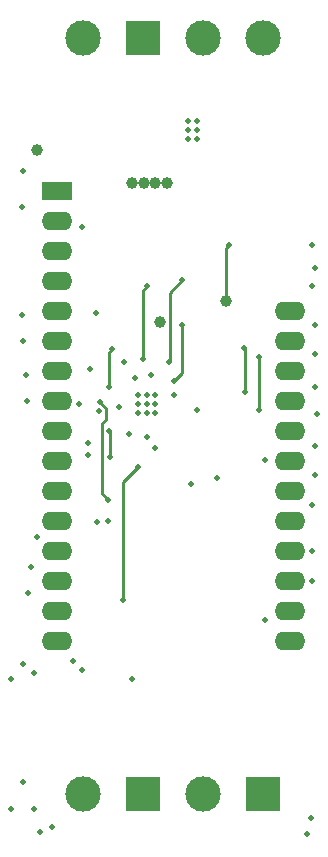
<source format=gbr>
%TF.GenerationSoftware,KiCad,Pcbnew,8.0.0*%
%TF.CreationDate,2024-05-24T13:22:15-04:00*%
%TF.ProjectId,MPPT Charge Controller,4d505054-2043-4686-9172-676520436f6e,0.1*%
%TF.SameCoordinates,Original*%
%TF.FileFunction,Copper,L3,Inr*%
%TF.FilePolarity,Positive*%
%FSLAX46Y46*%
G04 Gerber Fmt 4.6, Leading zero omitted, Abs format (unit mm)*
G04 Created by KiCad (PCBNEW 8.0.0) date 2024-05-24 13:22:15*
%MOMM*%
%LPD*%
G01*
G04 APERTURE LIST*
G04 Aperture macros list*
%AMRoundRect*
0 Rectangle with rounded corners*
0 $1 Rounding radius*
0 $2 $3 $4 $5 $6 $7 $8 $9 X,Y pos of 4 corners*
0 Add a 4 corners polygon primitive as box body*
4,1,4,$2,$3,$4,$5,$6,$7,$8,$9,$2,$3,0*
0 Add four circle primitives for the rounded corners*
1,1,$1+$1,$2,$3*
1,1,$1+$1,$4,$5*
1,1,$1+$1,$6,$7*
1,1,$1+$1,$8,$9*
0 Add four rect primitives between the rounded corners*
20,1,$1+$1,$2,$3,$4,$5,0*
20,1,$1+$1,$4,$5,$6,$7,0*
20,1,$1+$1,$6,$7,$8,$9,0*
20,1,$1+$1,$8,$9,$2,$3,0*%
G04 Aperture macros list end*
%TA.AperFunction,ComponentPad*%
%ADD10RoundRect,0.250000X-1.050000X-0.550000X1.050000X-0.550000X1.050000X0.550000X-1.050000X0.550000X0*%
%TD*%
%TA.AperFunction,ComponentPad*%
%ADD11O,2.600000X1.600000*%
%TD*%
%TA.AperFunction,ComponentPad*%
%ADD12C,3.000000*%
%TD*%
%TA.AperFunction,ComponentPad*%
%ADD13R,3.000000X3.000000*%
%TD*%
%TA.AperFunction,ViaPad*%
%ADD14C,0.500000*%
%TD*%
%TA.AperFunction,ViaPad*%
%ADD15C,1.000000*%
%TD*%
%TA.AperFunction,Conductor*%
%ADD16C,0.250000*%
%TD*%
G04 APERTURE END LIST*
D10*
%TO.N,unconnected-(A1-~{RESET}-Pad1)*%
%TO.C,A1*%
X100140000Y-80960000D03*
D11*
%TO.N,+3.3V*%
X100140000Y-83500000D03*
%TO.N,unconnected-(A1-NC-Pad3)*%
X100140000Y-86040000D03*
%TO.N,GND*%
X100140000Y-88580000D03*
%TO.N,/Solar Voltage*%
X100140000Y-91120000D03*
%TO.N,/Solar Current*%
X100140000Y-93660000D03*
%TO.N,/Battery Voltage*%
X100140000Y-96200000D03*
%TO.N,/Battery Current*%
X100140000Y-98740000D03*
%TO.N,unconnected-(A1-IO36{slash}A4-Pad9)*%
X100140000Y-101280000D03*
%TO.N,unconnected-(A1-IO4{slash}A5-Pad10)*%
X100140000Y-103820000D03*
%TO.N,unconnected-(A1-SCK{slash}IO5-Pad11)*%
X100140000Y-106360000D03*
%TO.N,unconnected-(A1-MOSI{slash}IO18-Pad12)*%
X100140000Y-108900000D03*
%TO.N,unconnected-(A1-MISO{slash}IO19-Pad13)*%
X100140000Y-111440000D03*
%TO.N,unconnected-(A1-RX{slash}IO16-Pad14)*%
X100140000Y-113980000D03*
%TO.N,unconnected-(A1-TX{slash}IO17-Pad15)*%
X100140000Y-116520000D03*
%TO.N,unconnected-(A1-TXD0-Pad16)*%
X100140000Y-119060000D03*
%TO.N,unconnected-(A1-SDA{slash}IO23-Pad17)*%
X119860000Y-119060000D03*
%TO.N,unconnected-(A1-SCL{slash}IO22-Pad18)*%
X119860000Y-116520000D03*
%TO.N,/STAT1*%
X119860000Y-113980000D03*
%TO.N,/STAT2*%
X119860000Y-111440000D03*
%TO.N,/~{Charge EN}*%
X119860000Y-108900000D03*
%TO.N,/SD_CS*%
X119860000Y-106360000D03*
%TO.N,/Load Enable*%
X119860000Y-103820000D03*
%TO.N,unconnected-(A1-D12-Pad24)*%
X119860000Y-101280000D03*
%TO.N,unconnected-(A1-D13-Pad25)*%
X119860000Y-98740000D03*
%TO.N,unconnected-(A1-VBUS-Pad26)*%
X119860000Y-96200000D03*
%TO.N,unconnected-(A1-EN-Pad27)*%
X119860000Y-93660000D03*
%TO.N,unconnected-(A1-VBAT-Pad28)*%
X119860000Y-91120000D03*
%TD*%
D12*
%TO.N,/Input*%
%TO.C,TP15*%
X117620000Y-68000000D03*
%TD*%
%TO.N,GND*%
%TO.C,TP14*%
X102380000Y-68000000D03*
%TD*%
%TO.N,Net-(J2-Pin_2)*%
%TO.C,J3*%
X112540000Y-132000000D03*
D13*
%TO.N,Net-(J3-Pin_1)*%
X117620000Y-132000000D03*
%TD*%
D12*
%TO.N,Net-(J2-Pin_2)*%
%TO.C,J2*%
X102380000Y-132000000D03*
D13*
%TO.N,GND*%
X107460000Y-132000000D03*
%TD*%
D12*
%TO.N,/Input*%
%TO.C,J1*%
X112540000Y-68000000D03*
D13*
%TO.N,GND*%
X107460000Y-68000000D03*
%TD*%
D14*
%TO.N,/TS*%
X104575000Y-101250000D03*
%TO.N,/VCC*%
X116100000Y-97950002D03*
X116000000Y-94200000D03*
X104850000Y-94350000D03*
%TO.N,/STAT2*%
X106250000Y-101500000D03*
%TO.N,/MPPSET*%
X103775000Y-98782635D03*
%TO.N,/TS*%
X104641320Y-103499654D03*
%TO.N,/Load Enable*%
X117750000Y-103750000D03*
X117750000Y-117250000D03*
%TO.N,Net-(D4-A)*%
X96250000Y-133250000D03*
%TO.N,Net-(D3-A)*%
X98250000Y-133287500D03*
%TO.N,GND*%
X111250000Y-76500000D03*
X112000000Y-76500000D03*
X111250000Y-75750000D03*
X112000000Y-75750000D03*
X112000000Y-75000000D03*
X111250000Y-75000000D03*
X113750000Y-105250000D03*
X111500000Y-105750000D03*
%TO.N,Net-(U1-SRN)*%
X105750000Y-115555000D03*
X107000000Y-104325000D03*
%TO.N,/PH*%
X114750000Y-85500000D03*
X121750000Y-85500000D03*
%TO.N,/LODRV*%
X109655000Y-95420000D03*
X110750000Y-88500000D03*
X122000000Y-87500000D03*
%TO.N,/HIDRV*%
X107410464Y-95124536D03*
X107800000Y-89000000D03*
X121750000Y-89000000D03*
%TO.N,/BTST*%
X110062500Y-97000000D03*
X110750000Y-92250000D03*
X122000000Y-92250000D03*
%TO.N,/RGEN*%
X112000000Y-99475000D03*
X117250000Y-99500000D03*
X117250000Y-95000000D03*
X122000000Y-94750000D03*
%TO.N,/VREF*%
X122200000Y-99800000D03*
%TO.N,/VCC*%
X104525000Y-97500000D03*
X122000000Y-97500000D03*
%TO.N,/VFB*%
X108500000Y-102675000D03*
X122000000Y-102500000D03*
%TO.N,/TS*%
X122000000Y-105000000D03*
%TO.N,/MPPSET*%
X121750000Y-107500000D03*
%TO.N,/~{Charge EN}*%
X104500000Y-108900000D03*
%TO.N,/MPPSET*%
X104500000Y-107062500D03*
%TO.N,/VREF*%
X103700000Y-99600000D03*
X107750000Y-101750000D03*
%TO.N,/STAT2*%
X121300000Y-135350000D03*
X121750000Y-111440000D03*
X98750000Y-135250000D03*
%TO.N,/STAT1*%
X99750000Y-134750000D03*
X121650000Y-134050000D03*
X121750000Y-114000000D03*
%TO.N,/Battery Voltage*%
X97500000Y-96500000D03*
X97750000Y-115000000D03*
%TO.N,/Battery Current*%
X97600000Y-98700000D03*
X98000000Y-112750000D03*
%TO.N,Net-(D1-K)*%
X103500000Y-91275000D03*
%TO.N,+3.3V*%
X98500000Y-110250000D03*
%TO.N,/Solar Voltage*%
X97200000Y-91400000D03*
X97200000Y-82300000D03*
D15*
%TO.N,/Input*%
X109500000Y-80250000D03*
X108500000Y-80250000D03*
X107500000Y-80250000D03*
X106500000Y-80250000D03*
D14*
%TO.N,/VIN*%
X102050000Y-98950000D03*
X102250000Y-84000000D03*
%TO.N,/STAT2*%
X106500000Y-122250000D03*
X96250000Y-122250000D03*
%TO.N,/STAT1*%
X98250000Y-121750000D03*
X102250000Y-121500000D03*
X105400000Y-99257149D03*
%TO.N,/PH*%
X108137501Y-96517501D03*
D15*
X114500000Y-90250000D03*
D14*
%TO.N,/VREF*%
X97250000Y-131000000D03*
X97250000Y-121000000D03*
X101500000Y-120700000D03*
X102750000Y-103250000D03*
%TO.N,/RGEN*%
X110094384Y-98250000D03*
%TO.N,/BTST*%
X106750000Y-96800000D03*
D15*
%TO.N,/PH*%
X108880000Y-92060000D03*
D14*
X105845000Y-95420000D03*
D15*
%TO.N,+3.3V*%
X98500000Y-77500000D03*
D14*
%TO.N,/Solar Current*%
X97250000Y-93660000D03*
X97250000Y-79250000D03*
%TO.N,PWR GND*%
X107750000Y-99750000D03*
X102750000Y-102250000D03*
X103000000Y-96000000D03*
X107000000Y-98250000D03*
X107750000Y-98250000D03*
X107000000Y-99750000D03*
X108500000Y-99000000D03*
X103550000Y-108937500D03*
X108500000Y-98250000D03*
X107750000Y-99000000D03*
X108500000Y-99750000D03*
X107000000Y-99000000D03*
%TD*%
D16*
%TO.N,/HIDRV*%
X107410464Y-89389536D02*
X107800000Y-89000000D01*
X107410464Y-95124536D02*
X107410464Y-89389536D01*
%TO.N,/VCC*%
X116100000Y-94300000D02*
X116100000Y-97950002D01*
X116000000Y-94200000D02*
X116100000Y-94300000D01*
X104525000Y-94675000D02*
X104850000Y-94350000D01*
X104525000Y-97500000D02*
X104525000Y-94675000D01*
%TO.N,/PH*%
X114750000Y-85500000D02*
X114500000Y-85750000D01*
X114500000Y-85750000D02*
X114500000Y-90250000D01*
%TO.N,/LODRV*%
X109705000Y-95370000D02*
X109655000Y-95420000D01*
X109705000Y-89545000D02*
X109705000Y-95370000D01*
X110750000Y-88500000D02*
X109705000Y-89545000D01*
%TO.N,/MPPSET*%
X103970000Y-100635600D02*
X104355000Y-100250600D01*
X103970000Y-106532500D02*
X103970000Y-100635600D01*
X104355000Y-100250600D02*
X104355000Y-99362635D01*
X104500000Y-107062500D02*
X103970000Y-106532500D01*
X104355000Y-99362635D02*
X103775000Y-98782635D01*
%TO.N,/TS*%
X104641320Y-101316320D02*
X104575000Y-101250000D01*
X104641320Y-103499654D02*
X104641320Y-101316320D01*
%TO.N,Net-(U1-SRN)*%
X105750000Y-105575000D02*
X107000000Y-104325000D01*
X105750000Y-115555000D02*
X105750000Y-105575000D01*
%TO.N,/BTST*%
X110750000Y-96312500D02*
X110062500Y-97000000D01*
X110750000Y-92250000D02*
X110750000Y-96312500D01*
%TO.N,/RGEN*%
X117250000Y-95250000D02*
X117250000Y-99500000D01*
X117250000Y-95000000D02*
X117250000Y-95250000D01*
%TD*%
M02*

</source>
